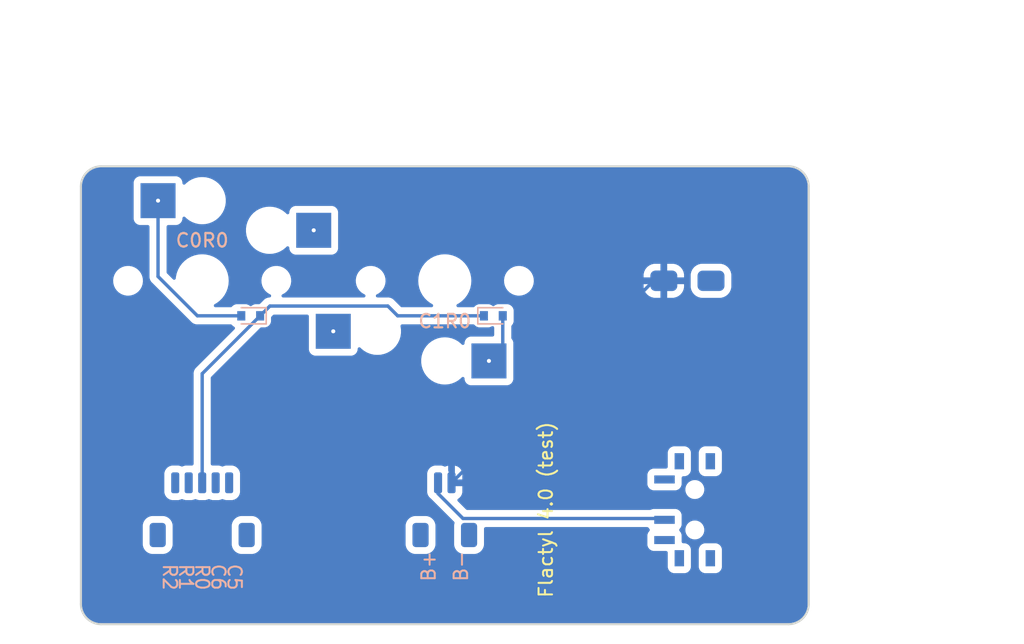
<source format=kicad_pcb>
(kicad_pcb (version 20171130) (host pcbnew 5.1.6)
  (title_block (title test) (rev v1.0.0) (company Unknown))
  (layers (0 F.Cu signal) (31 B.Cu signal) (34 B.Paste user) (35 F.Paste user) (36 B.SilkS user) (37 F.SilkS user) (38 B.Mask user) (39 F.Mask user) (44 Edge.Cuts user))
  (net 0 "")
  (net 1 "C0")
  (net 2 "C0R0D")
  (net 3 "C0R0")
  (net 4 "R0")
  (net 5 "C1")
  (net 6 "C1R0D")
  (net 7 "C1R0")
  (net 8 "C5")
  (net 9 "C6")
  (net 10 "R1")
  (net 11 "R2")
  (net 12 "BSLI")
  (net 13 "GND")
  (net 14 "Flactyl 4.0 (test)")
  (net 15 "RAW")
  (net 16 "three")
  (net 17 "RST")
  (net 18 "x")
  (net 19 "y")
  (footprint "Kailh_socket_PG1350_no_silk" (layer "B.Cu") (at 0 -17 180)
    (fp_text reference "S1" hide)
    (fp_text user C0R0 (at -0 3 180) (layer F.SilkS))
    (fp_text user C0R0 (at -0 3 180) (layer B.SilkS))
    (pad "" np_thru_hole circle (at 0 0) (size 3.429 3.429) (drill 3.429) (layers *.Cu *.Mask))
    (pad "" np_thru_hole circle (at 5.5 0) (size 1.7018 1.7018) (drill 1.7018) (layers *.Cu *.Mask))
    (pad "" np_thru_hole circle (at -5.5 0) (size 1.7018 1.7018) (drill 1.7018) (layers *.Cu *.Mask))
    (pad "" np_thru_hole circle (at -5 3.75) (size 3 3) (drill 3) (layers *.Cu *.Mask))
    (pad "" np_thru_hole circle (at 0 5.95) (size 3 3) (drill 3) (layers *.Cu *.Mask))
    (pad "1" smd rect (at 3.275 5.95) (size 2.6 2.6) (layers "B.Cu" "B.Paste" "B.Mask") (net 2 "C0R0D"))
    (pad "2" smd rect (at -8.275 3.75) (size 2.6 2.6) (layers "B.Cu" "B.Paste" "B.Mask") (net 1 "C0"))
    (pad "3" thru_hole circle (at 3.275 5.95) (size 0.6 0.6) (drill 0.3) (layers *.Cu) (net 2 "C0R0D"))
    (pad "4" thru_hole circle (at -8.275 3.75) (size 0.6 0.6) (drill 0.3) (layers *.Cu) (net 1 "C0"))
  )
  (footprint "D_SOD-523" (layer "B.Cu") (at 3.6 -14.4 180)
    (fp_text reference "D1" hide)
    (fp_text value "D_SOD-523")
    (fp_line (start 0.7 0.6) (end -1.15 0.6) (layer "B.SilkS") (width 0.12))
    (fp_line (start 0.7 -0.6) (end -1.15 -0.6) (layer "B.SilkS") (width 0.12))
    (fp_line (start -1.15 -0.6) (end -1.15 0.6) (layer "B.SilkS") (width 0.12))
    (pad "1" smd rect (at -0.7 0 180) (size 0.6 0.7) (layers "B.Cu" "B.Paste" "B.Mask") (net 4 "R0"))
    (pad "2" smd rect (at 0.7 0 180) (size 0.6 0.7) (layers "B.Cu" "B.Paste" "B.Mask") (net 2 "C0R0D"))
  )
  (footprint "Kailh_socket_PG1350_no_silk" (layer "B.Cu") (at 18 -17 0)
    (fp_text reference "S2" hide)
    (fp_text user C1R0 (at -0 3 0) (layer F.SilkS))
    (fp_text user C1R0 (at -0 3 0) (layer B.SilkS))
    (pad "" np_thru_hole circle (at 0 0) (size 3.429 3.429) (drill 3.429) (layers *.Cu *.Mask))
    (pad "" np_thru_hole circle (at 5.5 0) (size 1.7018 1.7018) (drill 1.7018) (layers *.Cu *.Mask))
    (pad "" np_thru_hole circle (at -5.5 0) (size 1.7018 1.7018) (drill 1.7018) (layers *.Cu *.Mask))
    (pad "" np_thru_hole circle (at -5 3.75) (size 3 3) (drill 3) (layers *.Cu *.Mask))
    (pad "" np_thru_hole circle (at 0 5.95) (size 3 3) (drill 3) (layers *.Cu *.Mask))
    (pad "1" smd rect (at 3.275 5.95) (size 2.6 2.6) (layers "B.Cu" "B.Paste" "B.Mask") (net 6 "C1R0D"))
    (pad "2" smd rect (at -8.275 3.75) (size 2.6 2.6) (layers "B.Cu" "B.Paste" "B.Mask") (net 5 "C1"))
    (pad "3" thru_hole circle (at 3.275 5.95) (size 0.6 0.6) (drill 0.3) (layers *.Cu) (net 6 "C1R0D"))
    (pad "4" thru_hole circle (at -8.275 3.75) (size 0.6 0.6) (drill 0.3) (layers *.Cu) (net 5 "C1"))
  )
  (footprint "D_SOD-523" (layer "B.Cu") (at 21.6 -14.4 0)
    (fp_text reference "D2" hide)
    (fp_text value "D_SOD-523")
    (fp_line (start 0.7 0.6) (end -1.15 0.6) (layer "B.SilkS") (width 0.12))
    (fp_line (start 0.7 -0.6) (end -1.15 -0.6) (layer "B.SilkS") (width 0.12))
    (fp_line (start -1.15 -0.6) (end -1.15 0.6) (layer "B.SilkS") (width 0.12))
    (pad "1" smd rect (at -0.7 0 0) (size 0.6 0.7) (layers "B.Cu" "B.Paste" "B.Mask") (net 4 "R0"))
    (pad "2" smd rect (at 0.7 0 0) (size 0.6 0.7) (layers "B.Cu" "B.Paste" "B.Mask") (net 6 "C1R0D"))
  )
  (footprint "JST_SH_SM05B-SRSS-TB_1x05-1MP_P1.00mm_Horizontal" (layer "B.Cu") (at 0 0 180)
    (fp_text reference "JC1" hide)
    (fp_text user "R2" (at 2.4 -5 270 unlocked) (layer "B.SilkS"))
    (fp_text user "R1" (at 1.2 -5 270 unlocked) (layer "B.SilkS"))
    (fp_text user "R0" (at 0 -5 270 unlocked) (layer "B.SilkS"))
    (fp_text user "C6" (at -1.2 -5 270 unlocked) (layer "B.SilkS"))
    (fp_text user "C5" (at -2.4 -5 270 unlocked) (layer "B.SilkS"))
    (pad "5" smd roundrect (at 2 2 180) (size 0.6 1.55) (layers "B.Cu" "B.Paste" "B.Mask") (net 11 "R2"))
    (pad "4" smd roundrect (at 1 2 180) (size 0.6 1.55) (layers "B.Cu" "B.Paste" "B.Mask") (net 10 "R1"))
    (pad "3" smd roundrect (at 0 2 180) (size 0.6 1.55) (layers "B.Cu" "B.Paste" "B.Mask") (net 4 "R0"))
    (pad "2" smd roundrect (at -1 2 180) (size 0.6 1.55) (layers "B.Cu" "B.Paste" "B.Mask") (net 9 "C6"))
    (pad "1" smd roundrect (at -2 2 180) (size 0.6 1.55) (layers "B.Cu" "B.Paste" "B.Mask") (net 8 "C5"))
    (pad "MP" smd roundrect (at -3.3 -1.875 180) (size 1.2 1.8) (layers "B.Cu" "B.Paste" "B.Mask") (roundrect_rratio 0.208333))
    (pad "MP" smd roundrect (at 3.3 -1.875 180) (size 1.2 1.8) (layers "B.Cu" "B.Paste" "B.Mask") (roundrect_rratio 0.208333))
  )
  (footprint "JST_SH_SM02B-SRSS-TB_1x02-1MP_P1.00mm_Horizontal" (layer "B.Cu") (at 18 0 180)
    (fp_text reference "JB1" hide hide)
    (fp_text value "JST_SH_SM02B-SRSS-TB_1x02-1MP_P1.00mm_Horizontal" hide)
    (fp_text user "B+" (at 1.2 -4.2 90 unlocked) (layer "B.SilkS"))
    (fp_text user "B-" (at -1.2 -4.2 90 unlocked) (layer "B.SilkS"))
    (pad "2" smd roundrect (at 0.5 2 180) (size 0.6 1.55) (layers "B.Cu" "B.Paste" "B.Mask") (net 12 "BSLI"))
    (pad "1" smd roundrect (at -0.5 2 180) (size 0.6 1.55) (layers "B.Cu" "B.Paste" "B.Mask") (net 13 "GND"))
    (pad "MP" smd roundrect (at 1.8 -1.875 180) (size 1.2 1.8) (layers "B.Cu" "B.Paste" "B.Mask") (roundrect_rratio 0.208333))
    (pad "MP" smd roundrect (at -1.8 -1.875 180) (size 1.2 1.8) (layers "B.Cu" "B.Paste" "B.Mask") (roundrect_rratio 0.208333))
  )
  (footprint "somelogo" (layer "F.SilkS") (at 25.5 0 270)
    (fp_text reference "T1" hide)
    (fp_text value "Flactyl 4.0 (test)" (at 0 0 270) (layer "F.SilkS"))
  )
  (footprint "easyeda:SW-TH_MSK12C02-HB-1" (layer "F.Cu") (at 36 0 90)
    (fp_text reference "SS1" hide)
    (pad "" np_thru_hole circle (at -1.5 0.55 180) (size 0.9 0.9) (drill 0.9) (layers "*.Cu" "*.Mask"))
    (pad "" np_thru_hole circle (at 1.5 0.55 180) (size 0.9 0.9) (drill 0.9) (layers "*.Cu" "*.Mask"))
    (pad "1" smd rect (at 2.25 -1.7 180) (size 1.524 0.6) (layers "B.Cu" "B.Paste" "B.Mask") (net 15 "RAW"))
    (pad "2" smd rect (at -0.75 -1.7 180) (size 1.524 0.6) (layers "B.Cu" "B.Paste" "B.Mask") (net 12 "BSLI"))
    (pad "3" smd rect (at -2.25 -1.7 180) (size 1.524 0.6) (layers "B.Cu" "B.Paste" "B.Mask") (net 16 "three"))
    (pad "4" smd rect (at -3.6 -0.6 270) (size 1.2 0.7) (layers "B.Cu" "B.Paste" "B.Mask"))
    (pad "4" smd rect (at -3.6 1.7 270) (size 1.2 0.7) (layers "B.Cu" "B.Paste" "B.Mask"))
    (pad "4" smd rect (at 3.6 -0.6 270) (size 1.2 0.7) (layers "B.Cu" "B.Paste" "B.Mask"))
    (pad "4" smd rect (at 3.6 1.7 270) (size 1.2 0.7) (layers "B.Cu" "B.Paste" "B.Mask"))
  )
  (module "b3u-1000P" (layer "B.Cu") (at 36 -17 0)
    (fp_text reference "SB1" hide)
    (fp_text value "b3u-1000P")
    (pad "1" smd roundrect (at -1.75 0 0) (size 2 1.524) (layers "B.Cu" "B.Paste" "B.Mask") (net 13 "GND"))
    (pad "2" smd roundrect (at 1.75 0 0) (size 2 1.512) (layers "B.Cu" "B.Paste" "B.Mask") (net 17 "RST"))
  )
  (footprint "somelogo" (layer "F.SilkS") (at 60 -17 0)
    (fp_text reference "T2" hide)
    (fp_text value "x")
  )
  (footprint "somelogo" (layer "F.SilkS") (at 0 -37 0)
    (fp_text reference "T3" hide)
    (fp_text value "y")
  )
  (gr_line (start -7.5 8.5) (end 43.5 8.5) (angle 90) (layer Edge.Cuts) (width 0.15))
  (gr_line (start -9 7) (end -9 -24) (angle 90) (layer Edge.Cuts) (width 0.15))
  (gr_line (start -7.5 -25.5) (end 43.5 -25.5) (angle 90) (layer Edge.Cuts) (width 0.15))
  (gr_line (start 45 7) (end 45 -24) (angle 90) (layer Edge.Cuts) (width 0.15))
  (gr_arc (start 43.5 7) (end 43.5 8.5) (angle -90) (layer Edge.Cuts) (width 0.15))
  (gr_arc (start 43.5 -24) (end 45 -24) (angle -90) (layer Edge.Cuts) (width 0.15))
  (gr_arc (start -7.5 -24) (end -7.5 -25.5) (angle -90) (layer Edge.Cuts) (width 0.15))
  (gr_arc (start -7.5 7) (end -9 7) (angle -90) (layer Edge.Cuts) (width 0.15))
  (segment (start -0.354999 -14.4) (end -3.275 -17.320001) (width 0.25) (layer "B.Cu") (net 2))
  (segment (start 2.9 -14.4) (end -0.354999 -14.4) (width 0.25) (layer "B.Cu") (net 2))
  (segment (start -3.275 -17.320001) (end -3.275 -22.95) (width 0.25) (layer "B.Cu") (net 2))
  (segment (start 14.50165 -14.4) (end 13.77665 -15.125) (width 0.25) (layer "B.Cu") (net 3))
  (segment (start 5.025 -15.125) (end 4.3 -14.4) (width 0.25) (layer "B.Cu") (net 3))
  (segment (start 13.77665 -15.125) (end 5.025 -15.125) (width 0.25) (layer "B.Cu") (net 3))
  (segment (start 20.9 -14.4) (end 14.50165 -14.4) (width 0.25) (layer "B.Cu") (net 3))
  (segment (start 0 -2) (end 0 -10.1) (width 0.25) (layer "B.Cu") (net 3))
  (segment (start 0 -10.1) (end 4.3 -14.4) (width 0.25) (layer "B.Cu") (net 3))
  (segment (start 22.3 -14.4) (end 22.3 -12.075) (width 0.25) (layer "B.Cu") (net 5))
  (segment (start 22.3 -12.075) (end 21.275 -11.05) (width 0.25) (layer "B.Cu") (net 5))
  (segment (start 17.5 -2) (end 17.5 -1.2) (width 0.25) (layer "B.Cu") (net 10))
  (segment (start 17.5 -1.2) (end 19.35 0.65) (width 0.25) (layer "B.Cu") (net 10))
  (segment (start 33.725 0.65) (end 33.825 0.75) (width 0.25) (layer "B.Cu") (net 10))
  (segment (start 19.35 0.65) (end 33.725 0.65) (width 0.25) (layer "B.Cu") (net 10))
  (segment (start 18.5 -2) (end 33.5 -17) (width 0.25) (layer "B.Cu") (net 11))
  (segment (start 34.25 -17) (end 33.5 -17) (width 0.25) (layer "B.Cu") (net 11))
  (zone (net 11) (net_name "GND") (layers "F&B.Cu") (connect_pads (clearance 0.508)) (min_thickness 0.25) (fill yes (thermal_gap 0.5) (thermal_bridge_width 0.5))
    (polygon (pts (xy -15 -30) (xy -15 10) (xy 50 10) (xy 50 -30)))
  )
)
</source>
